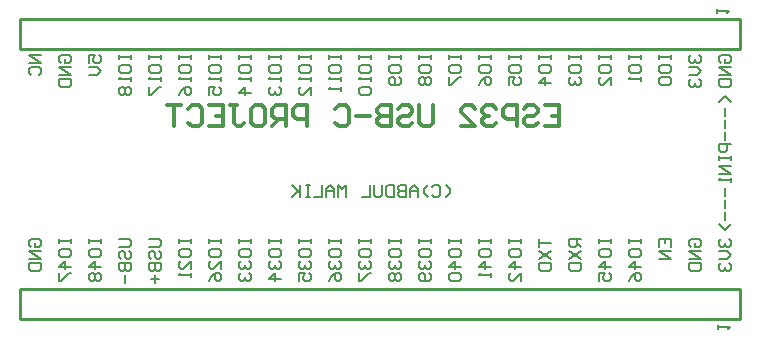
<source format=gbo>
G04*
G04 #@! TF.GenerationSoftware,Altium Limited,Altium Designer,25.7.1 (20)*
G04*
G04 Layer_Color=32896*
%FSLAX25Y25*%
%MOIN*%
G70*
G04*
G04 #@! TF.SameCoordinates,FC8E4296-A409-4092-80C3-4C3ED3C77B16*
G04*
G04*
G04 #@! TF.FilePolarity,Positive*
G04*
G01*
G75*
%ADD11C,0.00600*%
%ADD61C,0.01200*%
%ADD79C,0.01000*%
D11*
X267000Y72201D02*
X265001Y74200D01*
X263001Y72201D01*
X265001Y70201D02*
Y67536D01*
Y66203D02*
Y63537D01*
Y62204D02*
Y59538D01*
X267000Y58205D02*
X263001D01*
Y56206D01*
X263668Y55539D01*
X265001D01*
X265667Y56206D01*
Y58205D01*
X263001Y54206D02*
Y52874D01*
Y53540D01*
X267000D01*
Y54206D01*
Y52874D01*
Y50874D02*
X263001D01*
X267000Y48208D01*
X263001D01*
X267000Y46876D02*
Y45543D01*
Y46209D01*
X263001D01*
X263668Y46876D01*
X265001Y43543D02*
Y40877D01*
Y39544D02*
Y36879D01*
Y35546D02*
Y32880D01*
X267000Y31547D02*
X265001Y29548D01*
X263001Y31547D01*
X172067Y40600D02*
X173400Y41933D01*
Y43266D01*
X172067Y44599D01*
X167402Y43932D02*
X168068Y44599D01*
X169401D01*
X170068Y43932D01*
Y41266D01*
X169401Y40600D01*
X168068D01*
X167402Y41266D01*
X166069Y40600D02*
X164736Y41933D01*
Y43266D01*
X166069Y44599D01*
X162737Y40600D02*
Y43266D01*
X161404Y44599D01*
X160071Y43266D01*
Y40600D01*
Y42599D01*
X162737D01*
X158738Y44599D02*
Y40600D01*
X156739D01*
X156072Y41266D01*
Y41933D01*
X156739Y42599D01*
X158738D01*
X156739D01*
X156072Y43266D01*
Y43932D01*
X156739Y44599D01*
X158738D01*
X154739D02*
Y40600D01*
X152740D01*
X152074Y41266D01*
Y43932D01*
X152740Y44599D01*
X154739D01*
X150741D02*
Y41266D01*
X150074Y40600D01*
X148741D01*
X148075Y41266D01*
Y44599D01*
X146742D02*
Y40600D01*
X144076D01*
X138744D02*
Y44599D01*
X137412Y43266D01*
X136079Y44599D01*
Y40600D01*
X134746D02*
Y43266D01*
X133413Y44599D01*
X132080Y43266D01*
Y40600D01*
Y42599D01*
X134746D01*
X130747Y44599D02*
Y40600D01*
X128081D01*
X126748Y44599D02*
X125416D01*
X126082D01*
Y40600D01*
X126748D01*
X125416D01*
X123416Y44599D02*
Y40600D01*
Y41933D01*
X120750Y44599D01*
X122750Y42599D01*
X120750Y40600D01*
X33668Y23834D02*
X33001Y24501D01*
Y25834D01*
X33668Y26500D01*
X36334D01*
X37000Y25834D01*
Y24501D01*
X36334Y23834D01*
X35001D01*
Y25167D01*
X37000Y22501D02*
X33001D01*
X37000Y19836D01*
X33001D01*
Y18503D02*
X37000D01*
Y16503D01*
X36334Y15837D01*
X33668D01*
X33001Y16503D01*
Y18503D01*
X43001Y26500D02*
Y25167D01*
Y25834D01*
X47000D01*
Y26500D01*
Y25167D01*
X43001Y21168D02*
Y22501D01*
X43668Y23168D01*
X46334D01*
X47000Y22501D01*
Y21168D01*
X46334Y20502D01*
X43668D01*
X43001Y21168D01*
X47000Y17170D02*
X43001D01*
X45001Y19169D01*
Y16503D01*
X43001Y15170D02*
Y12505D01*
X43668D01*
X46334Y15170D01*
X47000D01*
X53001Y26500D02*
Y25167D01*
Y25834D01*
X57000D01*
Y26500D01*
Y25167D01*
X53001Y21168D02*
Y22501D01*
X53668Y23168D01*
X56334D01*
X57000Y22501D01*
Y21168D01*
X56334Y20502D01*
X53668D01*
X53001Y21168D01*
X57000Y17170D02*
X53001D01*
X55001Y19169D01*
Y16503D01*
X53668Y15170D02*
X53001Y14504D01*
Y13171D01*
X53668Y12505D01*
X54334D01*
X55001Y13171D01*
X55667Y12505D01*
X56334D01*
X57000Y13171D01*
Y14504D01*
X56334Y15170D01*
X55667D01*
X55001Y14504D01*
X54334Y15170D01*
X53668D01*
X55001Y14504D02*
Y13171D01*
X63001Y26500D02*
X66334D01*
X67000Y25834D01*
Y24501D01*
X66334Y23834D01*
X63001D01*
X63668Y19836D02*
X63001Y20502D01*
Y21835D01*
X63668Y22501D01*
X64334D01*
X65001Y21835D01*
Y20502D01*
X65667Y19836D01*
X66334D01*
X67000Y20502D01*
Y21835D01*
X66334Y22501D01*
X63001Y18503D02*
X67000D01*
Y16503D01*
X66334Y15837D01*
X65667D01*
X65001Y16503D01*
Y18503D01*
Y16503D01*
X64334Y15837D01*
X63668D01*
X63001Y16503D01*
Y18503D01*
X65001Y14504D02*
Y11838D01*
X83001Y26500D02*
Y25167D01*
Y25834D01*
X87000D01*
Y26500D01*
Y25167D01*
X83001Y21168D02*
Y22501D01*
X83668Y23168D01*
X86334D01*
X87000Y22501D01*
Y21168D01*
X86334Y20502D01*
X83668D01*
X83001Y21168D01*
X87000Y16503D02*
Y19169D01*
X84334Y16503D01*
X83668D01*
X83001Y17170D01*
Y18503D01*
X83668Y19169D01*
X87000Y15170D02*
Y13837D01*
Y14504D01*
X83001D01*
X83668Y15170D01*
X93001Y26500D02*
Y25167D01*
Y25834D01*
X97000D01*
Y26500D01*
Y25167D01*
X93001Y21168D02*
Y22501D01*
X93668Y23168D01*
X96334D01*
X97000Y22501D01*
Y21168D01*
X96334Y20502D01*
X93668D01*
X93001Y21168D01*
X97000Y16503D02*
Y19169D01*
X94334Y16503D01*
X93668D01*
X93001Y17170D01*
Y18503D01*
X93668Y19169D01*
X93001Y12505D02*
X93668Y13837D01*
X95001Y15170D01*
X96334D01*
X97000Y14504D01*
Y13171D01*
X96334Y12505D01*
X95667D01*
X95001Y13171D01*
Y15170D01*
X103001Y26500D02*
Y25167D01*
Y25834D01*
X107000D01*
Y26500D01*
Y25167D01*
X103001Y21168D02*
Y22501D01*
X103668Y23168D01*
X106333D01*
X107000Y22501D01*
Y21168D01*
X106333Y20502D01*
X103668D01*
X103001Y21168D01*
X103668Y19169D02*
X103001Y18503D01*
Y17170D01*
X103668Y16503D01*
X104334D01*
X105001Y17170D01*
Y17836D01*
Y17170D01*
X105667Y16503D01*
X106333D01*
X107000Y17170D01*
Y18503D01*
X106333Y19169D01*
X103668Y15170D02*
X103001Y14504D01*
Y13171D01*
X103668Y12505D01*
X104334D01*
X105001Y13171D01*
Y13837D01*
Y13171D01*
X105667Y12505D01*
X106333D01*
X107000Y13171D01*
Y14504D01*
X106333Y15170D01*
X113001Y26500D02*
Y25167D01*
Y25834D01*
X117000D01*
Y26500D01*
Y25167D01*
X113001Y21168D02*
Y22501D01*
X113668Y23168D01*
X116333D01*
X117000Y22501D01*
Y21168D01*
X116333Y20502D01*
X113668D01*
X113001Y21168D01*
X113668Y19169D02*
X113001Y18503D01*
Y17170D01*
X113668Y16503D01*
X114334D01*
X115001Y17170D01*
Y17836D01*
Y17170D01*
X115667Y16503D01*
X116333D01*
X117000Y17170D01*
Y18503D01*
X116333Y19169D01*
X117000Y13171D02*
X113001D01*
X115001Y15170D01*
Y12505D01*
X73001Y26500D02*
X76334D01*
X77000Y25834D01*
Y24501D01*
X76334Y23834D01*
X73001D01*
X73668Y19836D02*
X73001Y20502D01*
Y21835D01*
X73668Y22501D01*
X74334D01*
X75001Y21835D01*
Y20502D01*
X75667Y19836D01*
X76334D01*
X77000Y20502D01*
Y21835D01*
X76334Y22501D01*
X73001Y18503D02*
X77000D01*
Y16503D01*
X76334Y15837D01*
X75667D01*
X75001Y16503D01*
Y18503D01*
Y16503D01*
X74334Y15837D01*
X73668D01*
X73001Y16503D01*
Y18503D01*
X75001Y14504D02*
Y11838D01*
X73668Y13171D02*
X76334D01*
X133001Y26500D02*
Y25167D01*
Y25834D01*
X137000D01*
Y26500D01*
Y25167D01*
X133001Y21168D02*
Y22501D01*
X133668Y23168D01*
X136334D01*
X137000Y22501D01*
Y21168D01*
X136334Y20502D01*
X133668D01*
X133001Y21168D01*
X133668Y19169D02*
X133001Y18503D01*
Y17170D01*
X133668Y16503D01*
X134334D01*
X135001Y17170D01*
Y17836D01*
Y17170D01*
X135667Y16503D01*
X136334D01*
X137000Y17170D01*
Y18503D01*
X136334Y19169D01*
X133001Y12505D02*
X133668Y13837D01*
X135001Y15170D01*
X136334D01*
X137000Y14504D01*
Y13171D01*
X136334Y12505D01*
X135667D01*
X135001Y13171D01*
Y15170D01*
X143001Y26500D02*
Y25167D01*
Y25834D01*
X147000D01*
Y26500D01*
Y25167D01*
X143001Y21168D02*
Y22501D01*
X143668Y23168D01*
X146334D01*
X147000Y22501D01*
Y21168D01*
X146334Y20502D01*
X143668D01*
X143001Y21168D01*
X143668Y19169D02*
X143001Y18503D01*
Y17170D01*
X143668Y16503D01*
X144334D01*
X145001Y17170D01*
Y17836D01*
Y17170D01*
X145667Y16503D01*
X146334D01*
X147000Y17170D01*
Y18503D01*
X146334Y19169D01*
X143001Y15170D02*
Y12505D01*
X143668D01*
X146334Y15170D01*
X147000D01*
X153001Y26500D02*
Y25167D01*
Y25834D01*
X157000D01*
Y26500D01*
Y25167D01*
X153001Y21168D02*
Y22501D01*
X153668Y23168D01*
X156333D01*
X157000Y22501D01*
Y21168D01*
X156333Y20502D01*
X153668D01*
X153001Y21168D01*
X153668Y19169D02*
X153001Y18503D01*
Y17170D01*
X153668Y16503D01*
X154334D01*
X155001Y17170D01*
Y17836D01*
Y17170D01*
X155667Y16503D01*
X156333D01*
X157000Y17170D01*
Y18503D01*
X156333Y19169D01*
X153668Y15170D02*
X153001Y14504D01*
Y13171D01*
X153668Y12505D01*
X154334D01*
X155001Y13171D01*
X155667Y12505D01*
X156333D01*
X157000Y13171D01*
Y14504D01*
X156333Y15170D01*
X155667D01*
X155001Y14504D01*
X154334Y15170D01*
X153668D01*
X155001Y14504D02*
Y13171D01*
X163001Y26500D02*
Y25167D01*
Y25834D01*
X167000D01*
Y26500D01*
Y25167D01*
X163001Y21168D02*
Y22501D01*
X163668Y23168D01*
X166333D01*
X167000Y22501D01*
Y21168D01*
X166333Y20502D01*
X163668D01*
X163001Y21168D01*
X163668Y19169D02*
X163001Y18503D01*
Y17170D01*
X163668Y16503D01*
X164334D01*
X165001Y17170D01*
Y17836D01*
Y17170D01*
X165667Y16503D01*
X166333D01*
X167000Y17170D01*
Y18503D01*
X166333Y19169D01*
Y15170D02*
X167000Y14504D01*
Y13171D01*
X166333Y12505D01*
X163668D01*
X163001Y13171D01*
Y14504D01*
X163668Y15170D01*
X164334D01*
X165001Y14504D01*
Y12505D01*
X123001Y26500D02*
Y25167D01*
Y25834D01*
X127000D01*
Y26500D01*
Y25167D01*
X123001Y21168D02*
Y22501D01*
X123668Y23168D01*
X126333D01*
X127000Y22501D01*
Y21168D01*
X126333Y20502D01*
X123668D01*
X123001Y21168D01*
X123668Y19169D02*
X123001Y18503D01*
Y17170D01*
X123668Y16503D01*
X124334D01*
X125001Y17170D01*
Y17836D01*
Y17170D01*
X125667Y16503D01*
X126333D01*
X127000Y17170D01*
Y18503D01*
X126333Y19169D01*
X123001Y12505D02*
Y15170D01*
X125001D01*
X124334Y13837D01*
Y13171D01*
X125001Y12505D01*
X126333D01*
X127000Y13171D01*
Y14504D01*
X126333Y15170D01*
X183001Y26500D02*
Y25167D01*
Y25834D01*
X187000D01*
Y26500D01*
Y25167D01*
X183001Y21168D02*
Y22501D01*
X183668Y23168D01*
X186334D01*
X187000Y22501D01*
Y21168D01*
X186334Y20502D01*
X183668D01*
X183001Y21168D01*
X187000Y17170D02*
X183001D01*
X185001Y19169D01*
Y16503D01*
X187000Y15170D02*
Y13837D01*
Y14504D01*
X183001D01*
X183668Y15170D01*
X193001Y26500D02*
Y25167D01*
Y25834D01*
X197000D01*
Y26500D01*
Y25167D01*
X193001Y21168D02*
Y22501D01*
X193668Y23168D01*
X196334D01*
X197000Y22501D01*
Y21168D01*
X196334Y20502D01*
X193668D01*
X193001Y21168D01*
X197000Y17170D02*
X193001D01*
X195001Y19169D01*
Y16503D01*
X197000Y12505D02*
Y15170D01*
X194334Y12505D01*
X193668D01*
X193001Y13171D01*
Y14504D01*
X193668Y15170D01*
X203001Y26500D02*
Y23834D01*
Y25167D01*
X207000D01*
X203001Y22501D02*
X207000Y19836D01*
X203001D02*
X207000Y22501D01*
X203001Y18503D02*
X207000D01*
Y16503D01*
X206334Y15837D01*
X203668D01*
X203001Y16503D01*
Y18503D01*
X217000Y26500D02*
X213001D01*
Y24501D01*
X213668Y23834D01*
X215001D01*
X215667Y24501D01*
Y26500D01*
Y25167D02*
X217000Y23834D01*
X213001Y22501D02*
X217000Y19836D01*
X213001D02*
X217000Y22501D01*
X213001Y18503D02*
X217000D01*
Y16503D01*
X216334Y15837D01*
X213668D01*
X213001Y16503D01*
Y18503D01*
X173001Y26500D02*
Y25167D01*
Y25834D01*
X177000D01*
Y26500D01*
Y25167D01*
X173001Y21168D02*
Y22501D01*
X173668Y23168D01*
X176333D01*
X177000Y22501D01*
Y21168D01*
X176333Y20502D01*
X173668D01*
X173001Y21168D01*
X177000Y17170D02*
X173001D01*
X175001Y19169D01*
Y16503D01*
X173668Y15170D02*
X173001Y14504D01*
Y13171D01*
X173668Y12505D01*
X176333D01*
X177000Y13171D01*
Y14504D01*
X176333Y15170D01*
X173668D01*
X223001Y26500D02*
Y25167D01*
Y25834D01*
X227000D01*
Y26500D01*
Y25167D01*
X223001Y21168D02*
Y22501D01*
X223668Y23168D01*
X226334D01*
X227000Y22501D01*
Y21168D01*
X226334Y20502D01*
X223668D01*
X223001Y21168D01*
X227000Y17170D02*
X223001D01*
X225001Y19169D01*
Y16503D01*
X223001Y12505D02*
Y15170D01*
X225001D01*
X224334Y13837D01*
Y13171D01*
X225001Y12505D01*
X226334D01*
X227000Y13171D01*
Y14504D01*
X226334Y15170D01*
X263668Y26500D02*
X263001Y25834D01*
Y24501D01*
X263668Y23834D01*
X264334D01*
X265001Y24501D01*
Y25167D01*
Y24501D01*
X265667Y23834D01*
X266334D01*
X267000Y24501D01*
Y25834D01*
X266334Y26500D01*
X263001Y22501D02*
X265667D01*
X267000Y21168D01*
X265667Y19836D01*
X263001D01*
X263668Y18503D02*
X263001Y17836D01*
Y16503D01*
X263668Y15837D01*
X264334D01*
X265001Y16503D01*
Y17170D01*
Y16503D01*
X265667Y15837D01*
X266334D01*
X267000Y16503D01*
Y17836D01*
X266334Y18503D01*
X253668Y23834D02*
X253001Y24501D01*
Y25834D01*
X253668Y26500D01*
X256334D01*
X257000Y25834D01*
Y24501D01*
X256334Y23834D01*
X255001D01*
Y25167D01*
X257000Y22501D02*
X253001D01*
X257000Y19836D01*
X253001D01*
Y18503D02*
X257000D01*
Y16503D01*
X256334Y15837D01*
X253668D01*
X253001Y16503D01*
Y18503D01*
X243001Y23834D02*
Y26500D01*
X247000D01*
Y23834D01*
X245001Y26500D02*
Y25167D01*
X247000Y22501D02*
X243001D01*
X247000Y19836D01*
X243001D01*
X233001Y26500D02*
Y25167D01*
Y25834D01*
X237000D01*
Y26500D01*
Y25167D01*
X233001Y21168D02*
Y22501D01*
X233668Y23168D01*
X236334D01*
X237000Y22501D01*
Y21168D01*
X236334Y20502D01*
X233668D01*
X233001Y21168D01*
X237000Y17170D02*
X233001D01*
X235001Y19169D01*
Y16503D01*
X233001Y12505D02*
X233668Y13837D01*
X235001Y15170D01*
X236334D01*
X237000Y14504D01*
Y13171D01*
X236334Y12505D01*
X235667D01*
X235001Y13171D01*
Y15170D01*
X253668Y87900D02*
X253001Y87234D01*
Y85901D01*
X253668Y85234D01*
X254334D01*
X255001Y85901D01*
Y86567D01*
Y85901D01*
X255667Y85234D01*
X256334D01*
X257000Y85901D01*
Y87234D01*
X256334Y87900D01*
X253001Y83901D02*
X255667D01*
X257000Y82568D01*
X255667Y81235D01*
X253001D01*
X253668Y79903D02*
X253001Y79236D01*
Y77903D01*
X253668Y77237D01*
X254334D01*
X255001Y77903D01*
Y78570D01*
Y77903D01*
X255667Y77237D01*
X256334D01*
X257000Y77903D01*
Y79236D01*
X256334Y79903D01*
X243001Y87900D02*
Y86567D01*
Y87234D01*
X247000D01*
Y87900D01*
Y86567D01*
X243001Y82568D02*
Y83901D01*
X243668Y84568D01*
X246334D01*
X247000Y83901D01*
Y82568D01*
X246334Y81902D01*
X243668D01*
X243001Y82568D01*
X243668Y80569D02*
X243001Y79903D01*
Y78570D01*
X243668Y77903D01*
X246334D01*
X247000Y78570D01*
Y79903D01*
X246334Y80569D01*
X243668D01*
X233001Y87900D02*
Y86567D01*
Y87234D01*
X237000D01*
Y87900D01*
Y86567D01*
X233001Y82568D02*
Y83901D01*
X233668Y84568D01*
X236334D01*
X237000Y83901D01*
Y82568D01*
X236334Y81902D01*
X233668D01*
X233001Y82568D01*
X237000Y80569D02*
Y79236D01*
Y79903D01*
X233001D01*
X233668Y80569D01*
X223001Y87900D02*
Y86567D01*
Y87234D01*
X227000D01*
Y87900D01*
Y86567D01*
X223001Y82568D02*
Y83901D01*
X223668Y84568D01*
X226334D01*
X227000Y83901D01*
Y82568D01*
X226334Y81902D01*
X223668D01*
X223001Y82568D01*
X227000Y77903D02*
Y80569D01*
X224334Y77903D01*
X223668D01*
X223001Y78570D01*
Y79903D01*
X223668Y80569D01*
X213001Y87900D02*
Y86567D01*
Y87234D01*
X217000D01*
Y87900D01*
Y86567D01*
X213001Y82568D02*
Y83901D01*
X213668Y84568D01*
X216334D01*
X217000Y83901D01*
Y82568D01*
X216334Y81902D01*
X213668D01*
X213001Y82568D01*
X213668Y80569D02*
X213001Y79903D01*
Y78570D01*
X213668Y77903D01*
X214334D01*
X215001Y78570D01*
Y79236D01*
Y78570D01*
X215667Y77903D01*
X216334D01*
X217000Y78570D01*
Y79903D01*
X216334Y80569D01*
X203001Y87900D02*
Y86567D01*
Y87234D01*
X207000D01*
Y87900D01*
Y86567D01*
X203001Y82568D02*
Y83901D01*
X203668Y84568D01*
X206334D01*
X207000Y83901D01*
Y82568D01*
X206334Y81902D01*
X203668D01*
X203001Y82568D01*
X207000Y78570D02*
X203001D01*
X205001Y80569D01*
Y77903D01*
X63001Y87900D02*
Y86567D01*
Y87234D01*
X67000D01*
Y87900D01*
Y86567D01*
X63001Y82568D02*
Y83901D01*
X63668Y84568D01*
X66334D01*
X67000Y83901D01*
Y82568D01*
X66334Y81902D01*
X63668D01*
X63001Y82568D01*
X67000Y80569D02*
Y79236D01*
Y79903D01*
X63001D01*
X63668Y80569D01*
Y77237D02*
X63001Y76570D01*
Y75237D01*
X63668Y74571D01*
X64334D01*
X65001Y75237D01*
X65667Y74571D01*
X66334D01*
X67000Y75237D01*
Y76570D01*
X66334Y77237D01*
X65667D01*
X65001Y76570D01*
X64334Y77237D01*
X63668D01*
X65001Y76570D02*
Y75237D01*
X53001Y85234D02*
Y87900D01*
X55001D01*
X54334Y86567D01*
Y85901D01*
X55001Y85234D01*
X56334D01*
X57000Y85901D01*
Y87234D01*
X56334Y87900D01*
X53001Y83901D02*
X55667D01*
X57000Y82568D01*
X55667Y81235D01*
X53001D01*
X43668Y85234D02*
X43001Y85901D01*
Y87234D01*
X43668Y87900D01*
X46334D01*
X47000Y87234D01*
Y85901D01*
X46334Y85234D01*
X45001D01*
Y86567D01*
X47000Y83901D02*
X43001D01*
X47000Y81235D01*
X43001D01*
Y79903D02*
X47000D01*
Y77903D01*
X46334Y77237D01*
X43668D01*
X43001Y77903D01*
Y79903D01*
X37000Y87900D02*
X33001D01*
X37000Y85234D01*
X33001D01*
X33668Y81235D02*
X33001Y81902D01*
Y83235D01*
X33668Y83901D01*
X36334D01*
X37000Y83235D01*
Y81902D01*
X36334Y81235D01*
X113001Y87900D02*
Y86567D01*
Y87234D01*
X117000D01*
Y87900D01*
Y86567D01*
X113001Y82568D02*
Y83901D01*
X113668Y84568D01*
X116333D01*
X117000Y83901D01*
Y82568D01*
X116333Y81902D01*
X113668D01*
X113001Y82568D01*
X117000Y80569D02*
Y79236D01*
Y79903D01*
X113001D01*
X113668Y80569D01*
Y77237D02*
X113001Y76570D01*
Y75237D01*
X113668Y74571D01*
X114334D01*
X115001Y75237D01*
Y75904D01*
Y75237D01*
X115667Y74571D01*
X116333D01*
X117000Y75237D01*
Y76570D01*
X116333Y77237D01*
X103001Y87900D02*
Y86567D01*
Y87234D01*
X107000D01*
Y87900D01*
Y86567D01*
X103001Y82568D02*
Y83901D01*
X103668Y84568D01*
X106333D01*
X107000Y83901D01*
Y82568D01*
X106333Y81902D01*
X103668D01*
X103001Y82568D01*
X107000Y80569D02*
Y79236D01*
Y79903D01*
X103001D01*
X103668Y80569D01*
X107000Y75237D02*
X103001D01*
X105001Y77237D01*
Y74571D01*
X93001Y87900D02*
Y86567D01*
Y87234D01*
X97000D01*
Y87900D01*
Y86567D01*
X93001Y82568D02*
Y83901D01*
X93668Y84568D01*
X96334D01*
X97000Y83901D01*
Y82568D01*
X96334Y81902D01*
X93668D01*
X93001Y82568D01*
X97000Y80569D02*
Y79236D01*
Y79903D01*
X93001D01*
X93668Y80569D01*
X93001Y74571D02*
Y77237D01*
X95001D01*
X94334Y75904D01*
Y75237D01*
X95001Y74571D01*
X96334D01*
X97000Y75237D01*
Y76570D01*
X96334Y77237D01*
X83001Y87900D02*
Y86567D01*
Y87234D01*
X87000D01*
Y87900D01*
Y86567D01*
X83001Y82568D02*
Y83901D01*
X83668Y84568D01*
X86334D01*
X87000Y83901D01*
Y82568D01*
X86334Y81902D01*
X83668D01*
X83001Y82568D01*
X87000Y80569D02*
Y79236D01*
Y79903D01*
X83001D01*
X83668Y80569D01*
X83001Y74571D02*
X83668Y75904D01*
X85001Y77237D01*
X86334D01*
X87000Y76570D01*
Y75237D01*
X86334Y74571D01*
X85667D01*
X85001Y75237D01*
Y77237D01*
X73001Y87900D02*
Y86567D01*
Y87234D01*
X77000D01*
Y87900D01*
Y86567D01*
X73001Y82568D02*
Y83901D01*
X73668Y84568D01*
X76334D01*
X77000Y83901D01*
Y82568D01*
X76334Y81902D01*
X73668D01*
X73001Y82568D01*
X77000Y80569D02*
Y79236D01*
Y79903D01*
X73001D01*
X73668Y80569D01*
X73001Y77237D02*
Y74571D01*
X73668D01*
X76334Y77237D01*
X77000D01*
X163001Y87900D02*
Y86567D01*
Y87234D01*
X167000D01*
Y87900D01*
Y86567D01*
X163001Y82568D02*
Y83901D01*
X163668Y84568D01*
X166333D01*
X167000Y83901D01*
Y82568D01*
X166333Y81902D01*
X163668D01*
X163001Y82568D01*
X163668Y80569D02*
X163001Y79903D01*
Y78570D01*
X163668Y77903D01*
X164334D01*
X165001Y78570D01*
X165667Y77903D01*
X166333D01*
X167000Y78570D01*
Y79903D01*
X166333Y80569D01*
X165667D01*
X165001Y79903D01*
X164334Y80569D01*
X163668D01*
X165001Y79903D02*
Y78570D01*
X153001Y87900D02*
Y86567D01*
Y87234D01*
X157000D01*
Y87900D01*
Y86567D01*
X153001Y82568D02*
Y83901D01*
X153668Y84568D01*
X156333D01*
X157000Y83901D01*
Y82568D01*
X156333Y81902D01*
X153668D01*
X153001Y82568D01*
X156333Y80569D02*
X157000Y79903D01*
Y78570D01*
X156333Y77903D01*
X153668D01*
X153001Y78570D01*
Y79903D01*
X153668Y80569D01*
X154334D01*
X155001Y79903D01*
Y77903D01*
X143001Y87900D02*
Y86567D01*
Y87234D01*
X147000D01*
Y87900D01*
Y86567D01*
X143001Y82568D02*
Y83901D01*
X143668Y84568D01*
X146334D01*
X147000Y83901D01*
Y82568D01*
X146334Y81902D01*
X143668D01*
X143001Y82568D01*
X147000Y80569D02*
Y79236D01*
Y79903D01*
X143001D01*
X143668Y80569D01*
Y77237D02*
X143001Y76570D01*
Y75237D01*
X143668Y74571D01*
X146334D01*
X147000Y75237D01*
Y76570D01*
X146334Y77237D01*
X143668D01*
X133001Y87900D02*
Y86567D01*
Y87234D01*
X137000D01*
Y87900D01*
Y86567D01*
X133001Y82568D02*
Y83901D01*
X133668Y84568D01*
X136334D01*
X137000Y83901D01*
Y82568D01*
X136334Y81902D01*
X133668D01*
X133001Y82568D01*
X137000Y80569D02*
Y79236D01*
Y79903D01*
X133001D01*
X133668Y80569D01*
X137000Y77237D02*
Y75904D01*
Y76570D01*
X133001D01*
X133668Y77237D01*
X123001Y87900D02*
Y86567D01*
Y87234D01*
X127000D01*
Y87900D01*
Y86567D01*
X123001Y82568D02*
Y83901D01*
X123668Y84568D01*
X126333D01*
X127000Y83901D01*
Y82568D01*
X126333Y81902D01*
X123668D01*
X123001Y82568D01*
X127000Y80569D02*
Y79236D01*
Y79903D01*
X123001D01*
X123668Y80569D01*
X127000Y74571D02*
Y77237D01*
X124334Y74571D01*
X123668D01*
X123001Y75237D01*
Y76570D01*
X123668Y77237D01*
X193001Y87900D02*
Y86567D01*
Y87234D01*
X197000D01*
Y87900D01*
Y86567D01*
X193001Y82568D02*
Y83901D01*
X193668Y84568D01*
X196334D01*
X197000Y83901D01*
Y82568D01*
X196334Y81902D01*
X193668D01*
X193001Y82568D01*
Y77903D02*
Y80569D01*
X195001D01*
X194334Y79236D01*
Y78570D01*
X195001Y77903D01*
X196334D01*
X197000Y78570D01*
Y79903D01*
X196334Y80569D01*
X183001Y87900D02*
Y86567D01*
Y87234D01*
X187000D01*
Y87900D01*
Y86567D01*
X183001Y82568D02*
Y83901D01*
X183668Y84568D01*
X186334D01*
X187000Y83901D01*
Y82568D01*
X186334Y81902D01*
X183668D01*
X183001Y82568D01*
Y77903D02*
X183668Y79236D01*
X185001Y80569D01*
X186334D01*
X187000Y79903D01*
Y78570D01*
X186334Y77903D01*
X185667D01*
X185001Y78570D01*
Y80569D01*
X173001Y87900D02*
Y86567D01*
Y87234D01*
X177000D01*
Y87900D01*
Y86567D01*
X173001Y82568D02*
Y83901D01*
X173668Y84568D01*
X176333D01*
X177000Y83901D01*
Y82568D01*
X176333Y81902D01*
X173668D01*
X173001Y82568D01*
Y80569D02*
Y77903D01*
X173668D01*
X176333Y80569D01*
X177000D01*
X263668Y85234D02*
X263001Y85901D01*
Y87234D01*
X263668Y87900D01*
X266334D01*
X267000Y87234D01*
Y85901D01*
X266334Y85234D01*
X265001D01*
Y86567D01*
X267000Y83901D02*
X263001D01*
X267000Y81235D01*
X263001D01*
Y79903D02*
X267000D01*
Y77903D01*
X266334Y77237D01*
X263668D01*
X263001Y77903D01*
Y79903D01*
X262700Y-3400D02*
Y-2067D01*
Y-2733D01*
X266699D01*
X266032Y-3400D01*
X262600Y102100D02*
Y103433D01*
Y102767D01*
X266599D01*
X265932Y102100D01*
D61*
X205135Y71198D02*
X209800D01*
Y64200D01*
X205135D01*
X209800Y67699D02*
X207467D01*
X198137Y70031D02*
X199303Y71198D01*
X201636D01*
X202802Y70031D01*
Y68865D01*
X201636Y67699D01*
X199303D01*
X198137Y66533D01*
Y65366D01*
X199303Y64200D01*
X201636D01*
X202802Y65366D01*
X195805Y64200D02*
Y71198D01*
X192306D01*
X191139Y70031D01*
Y67699D01*
X192306Y66533D01*
X195805D01*
X188807Y70031D02*
X187641Y71198D01*
X185308D01*
X184142Y70031D01*
Y68865D01*
X185308Y67699D01*
X186474D01*
X185308D01*
X184142Y66533D01*
Y65366D01*
X185308Y64200D01*
X187641D01*
X188807Y65366D01*
X177144Y64200D02*
X181809D01*
X177144Y68865D01*
Y70031D01*
X178310Y71198D01*
X180643D01*
X181809Y70031D01*
X167814Y71198D02*
Y65366D01*
X166647Y64200D01*
X164315D01*
X163148Y65366D01*
Y71198D01*
X156151Y70031D02*
X157317Y71198D01*
X159650D01*
X160816Y70031D01*
Y68865D01*
X159650Y67699D01*
X157317D01*
X156151Y66533D01*
Y65366D01*
X157317Y64200D01*
X159650D01*
X160816Y65366D01*
X153818Y71198D02*
Y64200D01*
X150319D01*
X149153Y65366D01*
Y66533D01*
X150319Y67699D01*
X153818D01*
X150319D01*
X149153Y68865D01*
Y70031D01*
X150319Y71198D01*
X153818D01*
X146820Y67699D02*
X142155D01*
X135157Y70031D02*
X136324Y71198D01*
X138656D01*
X139823Y70031D01*
Y65366D01*
X138656Y64200D01*
X136324D01*
X135157Y65366D01*
X125827Y64200D02*
Y71198D01*
X122328D01*
X121162Y70031D01*
Y67699D01*
X122328Y66533D01*
X125827D01*
X118829Y64200D02*
Y71198D01*
X115331D01*
X114164Y70031D01*
Y67699D01*
X115331Y66533D01*
X118829D01*
X116497D02*
X114164Y64200D01*
X108333Y71198D02*
X110665D01*
X111832Y70031D01*
Y65366D01*
X110665Y64200D01*
X108333D01*
X107167Y65366D01*
Y70031D01*
X108333Y71198D01*
X100169D02*
X102501D01*
X101335D01*
Y65366D01*
X102501Y64200D01*
X103668D01*
X104834Y65366D01*
X93171Y71198D02*
X97836D01*
Y64200D01*
X93171D01*
X97836Y67699D02*
X95504D01*
X86173Y70031D02*
X87340Y71198D01*
X89672D01*
X90838Y70031D01*
Y65366D01*
X89672Y64200D01*
X87340D01*
X86173Y65366D01*
X83841Y71198D02*
X79176D01*
X81508D01*
Y64200D01*
D79*
X30000Y0D02*
X270000D01*
X30000D02*
Y10000D01*
X270000D01*
Y0D02*
Y10000D01*
X30000Y90000D02*
X270000D01*
X30000D02*
Y100000D01*
X270000D01*
Y90000D02*
Y100000D01*
M02*

</source>
